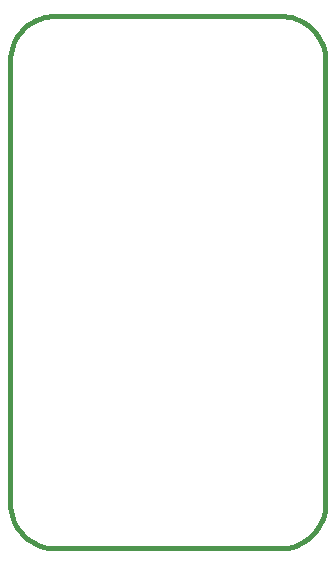
<source format=gbr>
G04 (created by PCBNEW-RS274X (2011-05-25)-stable) date Sun 26 Aug 2012 04:21:28 PM EDT*
G01*
G70*
G90*
%MOIN*%
G04 Gerber Fmt 3.4, Leading zero omitted, Abs format*
%FSLAX34Y34*%
G04 APERTURE LIST*
%ADD10C,0.006000*%
%ADD11C,0.015000*%
G04 APERTURE END LIST*
G54D10*
G54D11*
X61500Y-29500D02*
X61500Y-44250D01*
X52500Y-45750D02*
X60000Y-45750D01*
X60000Y-45750D02*
X60130Y-45744D01*
X60260Y-45727D01*
X60388Y-45698D01*
X60513Y-45659D01*
X60633Y-45609D01*
X60750Y-45549D01*
X60860Y-45478D01*
X60964Y-45399D01*
X61060Y-45310D01*
X61149Y-45214D01*
X61228Y-45110D01*
X61299Y-44999D01*
X61359Y-44883D01*
X61409Y-44763D01*
X61448Y-44638D01*
X61477Y-44510D01*
X61494Y-44380D01*
X61500Y-44250D01*
X52500Y-28000D02*
X60000Y-28000D01*
X51000Y-44250D02*
X51000Y-29500D01*
X51000Y-44250D02*
X51006Y-44380D01*
X51023Y-44510D01*
X51052Y-44638D01*
X51091Y-44763D01*
X51141Y-44883D01*
X51201Y-44999D01*
X51272Y-45110D01*
X51351Y-45214D01*
X51440Y-45310D01*
X51536Y-45399D01*
X51640Y-45478D01*
X51751Y-45549D01*
X51867Y-45609D01*
X51987Y-45659D01*
X52112Y-45698D01*
X52240Y-45727D01*
X52370Y-45744D01*
X52500Y-45750D01*
X61500Y-29500D02*
X61494Y-29370D01*
X61477Y-29240D01*
X61448Y-29112D01*
X61409Y-28987D01*
X61359Y-28867D01*
X61299Y-28751D01*
X61228Y-28640D01*
X61149Y-28536D01*
X61060Y-28440D01*
X60964Y-28351D01*
X60860Y-28272D01*
X60750Y-28201D01*
X60633Y-28141D01*
X60513Y-28091D01*
X60388Y-28052D01*
X60260Y-28023D01*
X60130Y-28006D01*
X60000Y-28000D01*
X52500Y-28000D02*
X52370Y-28006D01*
X52240Y-28023D01*
X52112Y-28052D01*
X51987Y-28091D01*
X51867Y-28141D01*
X51751Y-28201D01*
X51640Y-28272D01*
X51536Y-28351D01*
X51440Y-28440D01*
X51351Y-28536D01*
X51272Y-28640D01*
X51201Y-28751D01*
X51141Y-28867D01*
X51091Y-28987D01*
X51052Y-29112D01*
X51023Y-29240D01*
X51006Y-29370D01*
X51000Y-29500D01*
M02*

</source>
